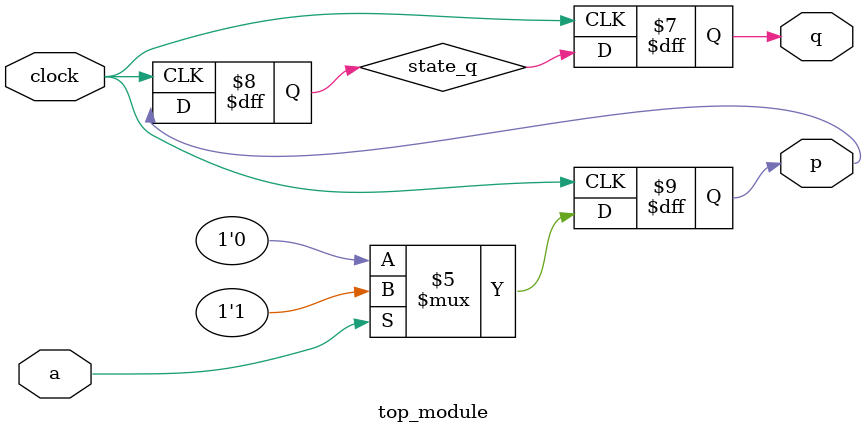
<source format=sv>
module top_module (
	input clock,
	input a, 
	output reg p,
	output reg q
);
    
    // Internal register to hold state for q
    reg state_q;

    // Sequential logic
    always @(posedge clock) begin
        if (a) begin
            p <= 1;
        end else begin
            p <= 0;
        end
    end
    
    always @(negedge clock) begin
        state_q <= p;
    end

    always @(posedge clock) begin
        q <= state_q;
    end

endmodule

</source>
